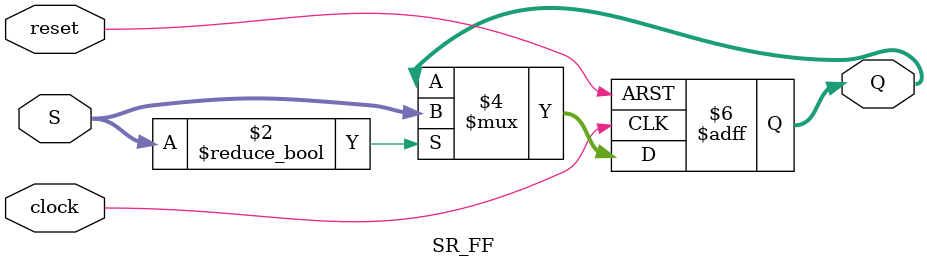
<source format=v>
`timescale 1ns / 1ps

module SR_FF #(parameter WIDTH=32) (
        input clock, reset,
        input [WIDTH-1:0] S,
        output reg [WIDTH-1:0] Q 
    );
    
        initial Q <= 0;
        
        always @ ( posedge clock, posedge reset ) begin
        if(reset) begin
            Q <= 0;
            end 
            else if(S) begin
            Q <= S;
            end
        end
        
endmodule

</source>
